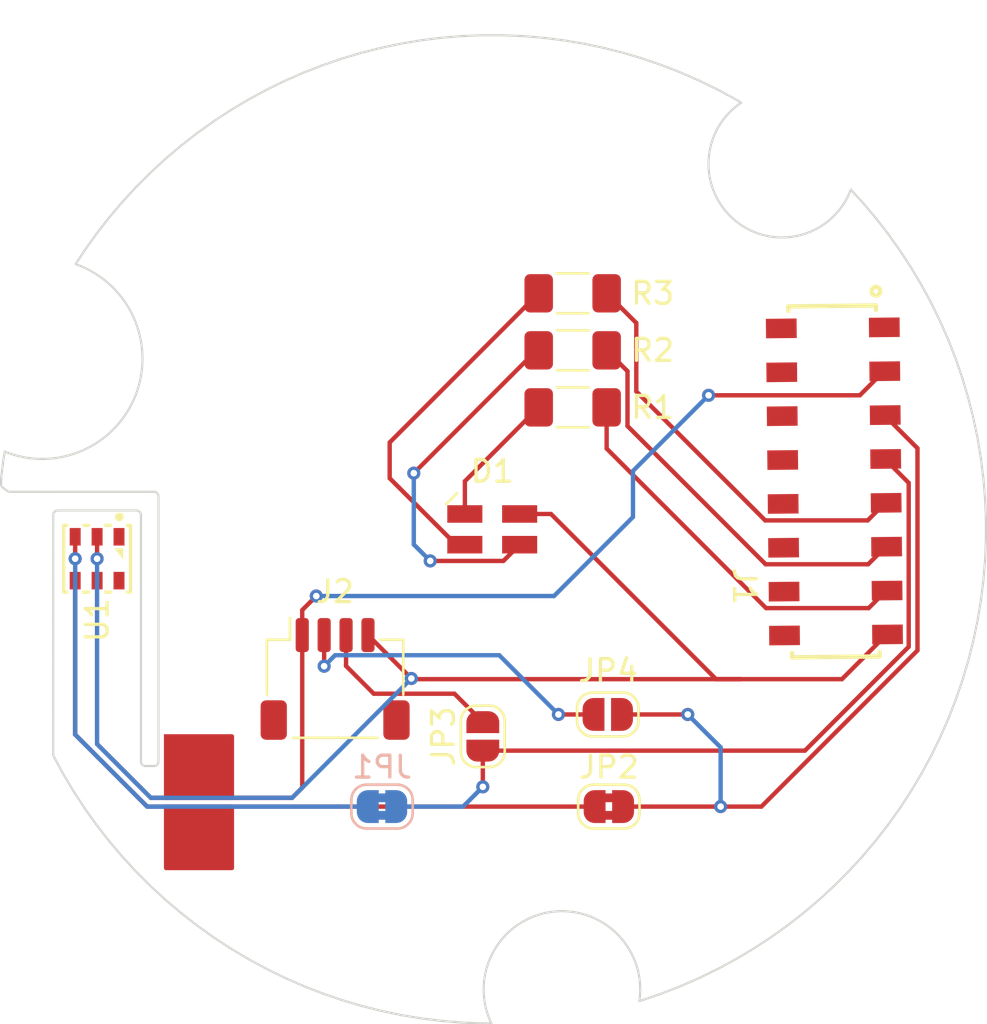
<source format=kicad_pcb>
(kicad_pcb (version 20241229) (generator "pcbnew") (generator_version "9.0")
  (layers (0 "F.Cu" signal) (2 "B.Cu" signal) (13 "F.Paste" user) (15 "B.Paste" user) (5 "F.SilkS" user "F.Silkscreen") (7 "B.SilkS" user "B.Silkscreen") (1 "F.Mask" user) (3 "B.Mask" user) (25 "Edge.Cuts" user))
  (net 0 "")
  (net 1 "GREEN")
  (net 3 "BLUE")
  (net 4 "GND")
  (net 6 "DATA2")
  (net 12 "+3V3")
  (net 13 "DATA1")
  (net 16 "RED")
  (net 17 "/D1")
  (net 20 "/B")
  (net 21 "/R")
  (net 22 "/G")
  (net 23 "/D2")
  (net 24 "/SCL")
  (net 25 "/SDA")
  (footprint "Jumper:SolderJumper-2_P1.3mm_Open_RoundedPad1.0x1.5mm" (layer "F.Cu") (at 143.37 112.28 180)
    (property "Reference" "JP4" (at -0.023809 2 0) (layer "F.SilkS"))
    (property "Value" "SolderJumper_2_Open")
    (pad "1" smd custom (at -0.65 0 180) (size 1 0.5) (layers "F.Cu" "F.Mask") (net 6 "DATA2") (options (clearance outline) (anchor rect)) (primitives (gr_circle (center 0 0.25) (end 0.5 0.25) (width 0) (fill yes)) (gr_circle (center 0 -0.25) (end 0.5 -0.25) (width 0) (fill yes)) (gr_poly (pts (xy 0.5 0.75) (xy 0 0.75) (xy 0 -0.75) (xy 0.5 -0.75)) (width 0) (fill yes))))
    (pad "2" smd custom (at 0.65 0 180) (size 1 0.5) (layers "F.Cu" "F.Mask") (net 23 "/D2") (options (clearance outline) (anchor rect)) (primitives (gr_circle (center 0 0.25) (end 0.5 0.25) (width 0) (fill yes)) (gr_circle (center 0 -0.25) (end 0.5 -0.25) (width 0) (fill yes)) (gr_poly (pts (xy 0 0.75) (xy -0.5 0.75) (xy -0.5 -0.75) (xy 0 -0.75)) (width 0) (fill yes))))
  )
  (footprint "custom:AHT20" (layer "F.Cu") (at 120.07 105.18 90)
    (property "Reference" "U1" (at -2.8 0 90) (layer "F.SilkS"))
    (property "Value" "AHT20-F" (hide yes))
    (pad "1" smd rect (at 1 1 270) (size 0.8 0.5) (layers "F.Cu" "F.Mask" "F.Paste"))
    (pad "2" smd rect (at 1 0 270) (size 0.8 0.5) (layers "F.Cu" "F.Mask" "F.Paste") (net 12 "+3V3"))
    (pad "3" smd rect (at 1 -1 270) (size 0.8 0.5) (layers "F.Cu" "F.Mask" "F.Paste") (net 24 "/SCL"))
    (pad "4" smd rect (at -1 -1 270) (size 0.8 0.5) (layers "F.Cu" "F.Mask" "F.Paste") (net 25 "/SDA"))
    (pad "5" smd rect (at -1 0 270) (size 0.8 0.5) (layers "F.Cu" "F.Mask" "F.Paste") (net 4 "GND"))
    (pad "6" smd rect (at -1 1 270) (size 0.8 0.5) (layers "F.Cu" "F.Mask" "F.Paste"))
  )
  (footprint "Jumper:SolderJumper-2_P1.3mm_Open_RoundedPad1.0x1.5mm" (layer "F.Cu") (at 137.67 113.28 90)
    (property "Reference" "JP3" (at 0 -1.8 90) (layer "F.SilkS"))
    (property "Value" "SolderJumper_2_Open")
    (pad "1" smd custom (at -0.65 0 90) (size 1 0.5) (layers "F.Cu" "F.Mask") (net 13 "DATA1") (options (clearance outline) (anchor rect)) (primitives (gr_circle (center 0 0.25) (end 0.5 0.25) (width 0) (fill yes)) (gr_circle (center 0 -0.25) (end 0.5 -0.25) (width 0) (fill yes)) (gr_poly (pts (xy 0.5 0.75) (xy 0 0.75) (xy 0 -0.75) (xy 0.5 -0.75)) (width 0) (fill yes))))
    (pad "2" smd custom (at 0.65 0 90) (size 1 0.5) (layers "F.Cu" "F.Mask") (net 17 "/D1") (options (clearance outline) (anchor rect)) (primitives (gr_circle (center 0 0.25) (end 0.5 0.25) (width 0) (fill yes)) (gr_circle (center 0 -0.25) (end 0.5 -0.25) (width 0) (fill yes)) (gr_poly (pts (xy 0 0.75) (xy -0.5 0.75) (xy -0.5 -0.75) (xy 0 -0.75)) (width 0) (fill yes))))
  )
  (footprint "Jumper:SolderJumper-2_P1.3mm_Bridged2Bar_RoundedPad1.0x1.5mm" (layer "F.Cu") (at 143.42 116.48)
    (property "Reference" "JP2" (at 0 -1.8 0) (layer "F.SilkS"))
    (property "Value" "SolderJumper_2_Bridged")
    (fp_poly (pts (xy -0.25 -0.6) (xy 0.25 -0.6) (xy 0.25 -0.2) (xy -0.25 -0.2)) (fill yes) (layer "F.Cu"))
    (fp_poly (pts (xy -0.25 0.2) (xy 0.25 0.2) (xy 0.25 0.6) (xy -0.25 0.6)) (fill yes) (layer "F.Cu"))
    (pad "1" smd custom (at -0.65 0) (size 1 0.5) (layers "F.Cu" "F.Mask") (net 25 "/SDA") (options (clearance outline) (anchor rect)) (primitives (gr_circle (center 0 0.25) (end 0.5 0.25) (width 0) (fill yes)) (gr_circle (center 0 -0.25) (end 0.5 -0.25) (width 0) (fill yes)) (gr_poly (pts (xy 0.5 0.75) (xy 0 0.75) (xy 0 -0.75) (xy 0.5 -0.75)) (width 0) (fill yes))))
    (pad "2" smd custom (at 0.65 0) (size 1 0.5) (layers "F.Cu" "F.Mask") (net 6 "DATA2") (options (clearance outline) (anchor rect)) (primitives (gr_circle (center 0 0.25) (end 0.5 0.25) (width 0) (fill yes)) (gr_circle (center 0 -0.25) (end 0.5 -0.25) (width 0) (fill yes)) (gr_poly (pts (xy 0 0.75) (xy -0.5 0.75) (xy -0.5 -0.75) (xy 0 -0.75)) (width 0) (fill yes))))
  )
  (footprint "Resistor_SMD:R_1206_3216Metric_Pad1.30x1.75mm_HandSolder" (layer "F.Cu") (at 141.77 93.08 180)
    (property "Reference" "R3" (at -3.65 0 0) (layer "F.SilkS"))
    (property "Value" "R")
    (pad "1" smd roundrect (at -1.55 0 180) (size 1.3 1.75) (layers "F.Cu" "F.Mask" "F.Paste") (roundrect_rratio 0.192308) (net 3 "BLUE"))
    (pad "2" smd roundrect (at 1.55 0 180) (size 1.3 1.75) (layers "F.Cu" "F.Mask" "F.Paste") (roundrect_rratio 0.192308) (net 20 "/B"))
  )
  (footprint "custom:SAMTEC_CLT-108-02-F-D-BE-K-TR" (layer "F.Cu") (at 153.692235 101.656059 90.6)
    (property "Reference" "J1" (at -4.73 -4.127501 90.6) (layer "F.SilkS"))
    (property "Value" "CLT-108-02-F-D-BE-K-TR")
    (pad "" np_thru_hole circle (at -7.000001 0.999999 90.6) (size 0.9 0.9) (drill 0.9) (layers "*.Cu" "*.Mask"))
    (pad "" np_thru_hole circle (at -7 -0.999999 90.6) (size 0.86 0.86) (drill 0.86) (layers "*.Cu" "*.Mask"))
    (pad "" np_thru_hole circle (at -5 -1 90.6) (size 0.86 0.86) (drill 0.86) (layers "*.Cu" "*.Mask"))
    (pad "" np_thru_hole circle (at -5 1 90.6) (size 0.9 0.9) (drill 0.9) (layers "*.Cu" "*.Mask"))
    (pad "" np_thru_hole circle (at -3 -0.999999 90.6) (size 0.86 0.86) (drill 0.86) (layers "*.Cu" "*.Mask"))
    (pad "" np_thru_hole circle (at -3 0.999999 90.6) (size 0.9 0.9) (drill 0.9) (layers "*.Cu" "*.Mask"))
    (pad "" np_thru_hole circle (at -1 -1 90.6) (size 0.86 0.86) (drill 0.86) (layers "*.Cu" "*.Mask"))
    (pad "" np_thru_hole circle (at -1 1 90.6) (size 0.9 0.9) (drill 0.9) (layers "*.Cu" "*.Mask"))
    (pad "" np_thru_hole circle (at 1 -1 90.6) (size 0.86 0.86) (drill 0.86) (layers "*.Cu" "*.Mask"))
    (pad "" np_thru_hole circle (at 1 1 90.6) (size 0.9 0.9) (drill 0.9) (layers "*.Cu" "*.Mask"))
    (pad "" np_thru_hole circle (at 3 -0.999999 90.6) (size 0.86 0.86) (drill 0.86) (layers "*.Cu" "*.Mask"))
    (pad "" np_thru_hole circle (at 3 0.999999 90.6) (size 0.9 0.9) (drill 0.9) (layers "*.Cu" "*.Mask"))
    (pad "" np_thru_hole circle (at 5 -1 90.6) (size 0.86 0.86) (drill 0.86) (layers "*.Cu" "*.Mask"))
    (pad "" np_thru_hole circle (at 5 1 90.6) (size 0.9 0.9) (drill 0.9) (layers "*.Cu" "*.Mask"))
    (pad "" np_thru_hole circle (at 7 0.999999 90.6) (size 0.9 0.9) (drill 0.9) (layers "*.Cu" "*.Mask"))
    (pad "" np_thru_hole circle (at 7.000001 -0.999999 90.6) (size 0.86 0.86) (drill 0.86) (layers "*.Cu" "*.Mask"))
    (pad "01" smd rect (at 6.998848 2.369993 90.6) (size 0.89 1.4) (layers "F.Cu" "F.Mask" "F.Paste"))
    (pad "02" smd rect (at 7.000733 -2.329996 90.6) (size 0.89 1.4) (layers "F.Cu" "F.Mask" "F.Paste"))
    (pad "03" smd rect (at 4.998848 2.369994 90.6) (size 0.89 1.4) (layers "F.Cu" "F.Mask" "F.Paste") (net 4 "GND"))
    (pad "04" smd rect (at 5.000732 -2.329996 90.6) (size 0.89 1.4) (layers "F.Cu" "F.Mask" "F.Paste"))
    (pad "05" smd rect (at 2.998848 2.369993 90.6) (size 0.89 1.4) (layers "F.Cu" "F.Mask" "F.Paste") (net 6 "DATA2"))
    (pad "06" smd rect (at 3.000734 -2.329996 90.6) (size 0.89 1.4) (layers "F.Cu" "F.Mask" "F.Paste"))
    (pad "07" smd rect (at 0.998849 2.369994 90.6) (size 0.89 1.4) (layers "F.Cu" "F.Mask" "F.Paste") (net 13 "DATA1"))
    (pad "08" smd rect (at 1.000733 -2.329996 90.6) (size 0.89 1.4) (layers "F.Cu" "F.Mask" "F.Paste"))
    (pad "09" smd rect (at -1.001152 2.369994 90.6) (size 0.89 1.4) (layers "F.Cu" "F.Mask" "F.Paste") (net 3 "BLUE"))
    (pad "10" smd rect (at -0.999268 -2.329996 90.6) (size 0.89 1.4) (layers "F.Cu" "F.Mask" "F.Paste"))
    (pad "11" smd rect (at -3.001153 2.369994 90.6) (size 0.89 1.4) (layers "F.Cu" "F.Mask" "F.Paste") (net 1 "GREEN"))
    (pad "12" smd rect (at -2.999267 -2.329995 90.6) (size 0.89 1.4) (layers "F.Cu" "F.Mask" "F.Paste"))
    (pad "13" smd rect (at -5.001151 2.369994 90.6) (size 0.89 1.4) (layers "F.Cu" "F.Mask" "F.Paste") (net 16 "RED"))
    (pad "14" smd rect (at -4.999267 -2.329996 90.6) (size 0.89 1.4) (layers "F.Cu" "F.Mask" "F.Paste"))
    (pad "15" smd rect (at -7.001152 2.369993 90.6) (size 0.89 1.4) (layers "F.Cu" "F.Mask" "F.Paste") (net 12 "+3V3"))
    (pad "16" smd rect (at -6.999267 -2.329996 90.6) (size 0.89 1.4) (layers "F.Cu" "F.Mask" "F.Paste"))
  )
  (footprint "Resistor_SMD:R_1206_3216Metric_Pad1.30x1.75mm_HandSolder" (layer "F.Cu") (at 141.77 98.28 180)
    (property "Reference" "R1" (at -3.65 0 0) (layer "F.SilkS"))
    (property "Value" "R")
    (pad "1" smd roundrect (at -1.55 0 180) (size 1.3 1.75) (layers "F.Cu" "F.Mask" "F.Paste") (roundrect_rratio 0.192308) (net 16 "RED"))
    (pad "2" smd roundrect (at 1.55 0 180) (size 1.3 1.75) (layers "F.Cu" "F.Mask" "F.Paste") (roundrect_rratio 0.192308) (net 21 "/R"))
  )
  (footprint "Connector_JST:JST_SH_SM04B-SRSS-TB_1x04-1MP_P1.00mm_Horizontal" (layer "F.Cu") (at 130.93 110.66)
    (property "Reference" "J2" (at 0 -3.98 0) (layer "F.SilkS"))
    (property "Value" "Conn_01x04_Socket")
    (pad "1" smd roundrect (at -1.5 -2) (size 0.6 1.55) (layers "F.Cu" "F.Mask" "F.Paste") (net 4 "GND"))
    (pad "2" smd roundrect (at -0.5 -2) (size 0.6 1.55) (layers "F.Cu" "F.Mask" "F.Paste") (net 23 "/D2"))
    (pad "3" smd roundrect (at 0.5 -2) (size 0.6 1.55) (layers "F.Cu" "F.Mask" "F.Paste") (net 17 "/D1"))
    (pad "4" smd roundrect (at 1.5 -2) (size 0.6 1.55) (layers "F.Cu" "F.Mask" "F.Paste") (net 12 "+3V3"))
    (pad "MP" smd roundrect (at -2.8 1.875) (size 1.2 1.8) (layers "F.Cu" "F.Mask" "F.Paste") (roundrect_rratio 0.208333))
    (pad "MP" smd roundrect (at 2.8 1.875) (size 1.2 1.8) (layers "F.Cu" "F.Mask" "F.Paste") (roundrect_rratio 0.208333))
  )
  (footprint "Resistor_SMD:R_1206_3216Metric_Pad1.30x1.75mm_HandSolder" (layer "F.Cu") (at 141.77 95.68 180)
    (property "Reference" "R2" (at -3.65 0 0) (layer "F.SilkS"))
    (property "Value" "R")
    (pad "1" smd roundrect (at -1.55 0 180) (size 1.3 1.75) (layers "F.Cu" "F.Mask" "F.Paste") (roundrect_rratio 0.192308) (net 1 "GREEN"))
    (pad "2" smd roundrect (at 1.55 0 180) (size 1.3 1.75) (layers "F.Cu" "F.Mask" "F.Paste") (roundrect_rratio 0.192308) (net 22 "/G"))
  )
  (footprint "LED_SMD:LED_Cree-PLCC4_3.2x2.8mm_CCW" (layer "F.Cu") (at 138.1 103.84)
    (property "Reference" "D1" (at 0 -2.65 0) (layer "F.SilkS"))
    (property "Value" "LED_RBGA")
    (pad "1" smd rect (at -1.25 -0.7) (size 1.6 0.8) (layers "F.Cu" "F.Mask" "F.Paste") (net 21 "/R"))
    (pad "2" smd rect (at -1.25 0.7) (size 1.6 0.8) (layers "F.Cu" "F.Mask" "F.Paste") (net 20 "/B"))
    (pad "3" smd rect (at 1.25 0.7) (size 1.6 0.8) (layers "F.Cu" "F.Mask" "F.Paste") (net 22 "/G"))
    (pad "4" smd rect (at 1.25 -0.7) (size 1.6 0.8) (layers "F.Cu" "F.Mask" "F.Paste") (net 12 "+3V3"))
  )
  (footprint "Jumper:SolderJumper-2_P1.3mm_Bridged2Bar_RoundedPad1.0x1.5mm" (layer "B.Cu") (at 133.07 116.48 180)
    (property "Reference" "JP1" (at 0 1.8 0) (layer "B.SilkS") (effects (justify mirror)))
    (property "Value" "SolderJumper_2_Bridged")
    (fp_poly (pts (xy -0.25 0.6) (xy 0.25 0.6) (xy 0.25 0.2) (xy -0.25 0.2)) (fill yes) (layer "B.Cu"))
    (fp_poly (pts (xy -0.25 -0.2) (xy 0.25 -0.2) (xy 0.25 -0.6) (xy -0.25 -0.6)) (fill yes) (layer "B.Cu"))
    (pad "1" smd custom (at -0.65 0 180) (size 1 0.5) (layers "B.Cu" "B.Mask") (net 13 "DATA1") (options (clearance outline) (anchor rect)) (primitives (gr_circle (center 0 -0.25) (end 0.5 -0.25) (width 0) (fill yes)) (gr_circle (center 0 0.25) (end 0.5 0.25) (width 0) (fill yes)) (gr_poly (pts (xy 0.5 -0.75) (xy 0 -0.75) (xy 0 0.75) (xy 0.5 0.75)) (width 0) (fill yes))))
    (pad "2" smd custom (at 0.65 0 180) (size 1 0.5) (layers "B.Cu" "B.Mask") (net 24 "/SCL") (options (clearance outline) (anchor rect)) (primitives (gr_circle (center 0 -0.25) (end 0.5 -0.25) (width 0) (fill yes)) (gr_circle (center 0 0.25) (end 0.5 0.25) (width 0) (fill yes)) (gr_poly (pts (xy 0 -0.75) (xy -0.5 -0.75) (xy -0.5 0.75) (xy 0 0.75)) (width 0) (fill yes))))
  )
  (gr_rect (start 123.22 116.48) (end 126.22 119.28) (stroke (width 0.2)) (fill yes) (layer "F.Cu") (net 25))
  (gr_rect (start 123.22 113.28) (end 126.22 116.08) (stroke (width 0.2)) (fill yes) (layer "F.Cu") (net 4))
  (gr_line (start 131.22257 82.385443) (end 130.349597 82.685135) (stroke (width 0.1)) (layer "Edge.Cuts"))
  (gr_arc (start 119.499743 116.55328) (mid 119.497376 116.549892) (end 119.49508 116.546455) (stroke (width 0.1)) (layer "Edge.Cuts"))
  (gr_arc (start 133.017763 81.890788) (mid 133.02178 81.889815) (end 133.025817 81.888925) (stroke (width 0.1)) (layer "Edge.Cuts"))
  (gr_arc (start 122.86995 114.429999) (mid 122.811371 114.57142) (end 122.66995 114.629999) (stroke (width 0.1)) (layer "Edge.Cuts"))
  (gr_line (start 144.076976 82.117366) (end 143.182237 81.890788) (stroke (width 0.1)) (layer "Edge.Cuts"))
  (gr_arc (start 122.67 102.13) (mid 122.811421 102.188579) (end 122.87 102.33) (stroke (width 0.1)) (layer "Edge.Cuts"))
  (gr_arc (start 121.845964 119.44139) (mid 121.843071 119.438437) (end 121.84024 119.435425) (stroke (width 0.1)) (layer "Edge.Cuts"))
  (gr_line (start 160.625188 104.301491) (end 160.625188 103.378509) (stroke (width 0.1)) (layer "Edge.Cuts"))
  (gr_line (start 129.474356 83.026655) (end 128.629114 83.397412) (stroke (width 0.1)) (layer "Edge.Cuts"))
  (gr_arc (start 133.937279 125.982015) (mid 133.933209 125.981293) (end 133.929155 125.980486) (stroke (width 0.1)) (layer "Edge.Cuts"))
  (gr_arc (start 148.407585 83.806259) (mid 148.41128 83.808113) (end 148.414935 83.810043) (stroke (width 0.1)) (layer "Edge.Cuts"))
  (gr_arc (start 116.087181 102.13) (mid 116.0235 102.119585) (end 115.966443 102.089444) (stroke (width 0.1)) (layer "Edge.Cuts"))
  (gr_line (start 126.173248 122.954121) (end 126.966139 123.426582) (stroke (width 0.1)) (layer "Edge.Cuts"))
  (gr_arc (start 160.393933 100.587673) (mid 160.394571 100.591757) (end 160.395124 100.595853) (stroke (width 0.1)) (layer "Edge.Cuts"))
  (gr_arc (start 126.973326 123.430666) (mid 126.969711 123.428662) (end 126.966139 123.426582) (stroke (width 0.1)) (layer "Edge.Cuts"))
  (gr_arc (start 127.792415 123.873741) (mid 127.788721 123.871886) (end 127.785065 123.869957) (stroke (width 0.1)) (layer "Edge.Cuts"))
  (gr_arc (start 158.913345 95.214356) (mid 158.914967 95.218158) (end 158.916509 95.221994) (stroke (width 0.1)) (layer "Edge.Cuts"))
  (gr_arc (start 124.628925 85.781008) (mid 124.632213 85.778503) (end 124.635552 85.776067) (stroke (width 0.1)) (layer "Edge.Cuts"))
  (gr_arc (start 122.27 114.629999) (mid 122.128579 114.571421) (end 122.07 114.43) (stroke (width 0.1)) (layer "Edge.Cuts"))
  (gr_arc (start 159.820439 97.855054) (mid 159.821578 97.859027) (end 159.822634 97.863024) (stroke (width 0.1)) (layer "Edge.Cuts"))
  (gr_line (start 149.233862 123.426582) (end 150.026752 122.954122) (stroke (width 0.1)) (layer "Edge.Cuts"))
  (gr_arc (start 159.254865 111.590403) (mid 159.253482 111.594299) (end 159.25202 111.598165) (stroke (width 0.1)) (layer "Edge.Cuts"))
  (gr_line (start 159.822634 109.816976) (end 160.049212 108.922237) (stroke (width 0.1)) (layer "Edge.Cuts"))
  (gr_arc (start 160.049212 98.757763) (mid 160.050185 98.76178) (end 160.051075 98.765817) (stroke (width 0.1)) (layer "Edge.Cuts"))
  (gr_arc (start 158.133741 114.147584) (mid 158.131889 114.151279) (end 158.129958 114.154934) (stroke (width 0.1)) (layer "Edge.Cuts"))
  (gr_line (start 125.393545 122.44492) (end 126.166235 122.949744) (stroke (width 0.1)) (layer "Edge.Cuts"))
  (gr_line (start 156.70492 116.546455) (end 157.209744 115.773765) (stroke (width 0.1)) (layer "Edge.Cuts"))
  (gr_line (start 115.769119 101.940021) (end 115.966443 102.089444) (stroke (width 0.1)) (layer "Edge.Cuts"))
  (gr_line (start 135.77997 126.250143) (end 136.6998 126.326363) (stroke (width 0.1)) (layer "Edge.Cuts"))
  (gr_line (start 118.990256 115.773765) (end 119.49508 116.546455) (stroke (width 0.1)) (layer "Edge.Cuts"))
  (gr_arc (start 156.70492 116.546455) (mid 156.702624 116.549892) (end 156.700257 116.55328) (stroke (width 0.1)) (layer "Edge.Cuts"))
  (gr_arc (start 124.635552 121.903933) (mid 124.632213 121.901497) (end 124.628925 121.898992) (stroke (width 0.1)) (layer "Edge.Cuts"))
  (gr_arc (start 150.033765 122.949744) (mid 150.030281 122.951969) (end 150.026752 122.954122) (stroke (width 0.1)) (layer "Edge.Cuts"))
  (gr_line (start 159.254865 111.590403) (end 159.554557 110.71743) (stroke (width 0.1)) (layer "Edge.Cuts"))
  (gr_line (start 117.502871 102.13) (end 116.087181 102.13) (stroke (width 0.1)) (layer "Edge.Cuts"))
  (gr_arc (start 158.916509 112.458006) (mid 158.914967 112.461841) (end 158.913345 112.465644) (stroke (width 0.1)) (layer "Edge.Cuts"))
  (gr_arc (start 149.226674 84.249334) (mid 149.230289 84.251338) (end 149.233861 84.253418) (stroke (width 0.1)) (layer "Edge.Cuts"))
  (gr_line (start 136.708051 126.326875) (end 137.630244 126.365017) (stroke (width 0.1)) (layer "Edge.Cuts"))
  (gr_line (start 121.209649 88.929832) (end 120.613127 89.634144) (stroke (width 0.1)) (layer "Edge.Cuts"))
  (gr_arc (start 121.84024 88.244575) (mid 121.843071 88.241563) (end 121.845963 88.238611) (stroke (width 0.1)) (layer "Edge.Cuts"))
  (gr_arc (start 160.509291 101.511747) (mid 160.50976 101.515854) (end 160.510143 101.51997) (stroke (width 0.1)) (layer "Edge.Cuts"))
  (gr_arc (start 160.586363 102.4398) (mid 160.586662 102.443923) (end 160.586875 102.448051) (stroke (width 0.1)) (layer "Edge.Cuts"))
  (gr_line (start 128.629114 124.282588) (end 129.474356 124.653345) (stroke (width 0.1)) (layer "Edge.Cuts"))
  (gr_line (start 160.051075 108.914183) (end 160.240486 108.010845) (stroke (width 0.1)) (layer "Edge.Cuts"))
  (gr_arc (start 122.504575 120.09976) (mid 122.501563 120.096929) (end 122.498611 120.094037) (stroke (width 0.1)) (layer "Edge.Cuts"))
  (gr_arc (start 134.855853 126.135124) (mid 134.851757 126.134572) (end 134.847673 126.133933) (stroke (width 0.1)) (layer "Edge.Cuts"))
  (gr_line (start 149.226674 84.249334) (end 148.414935 83.810043) (stroke (width 0.1)) (layer "Edge.Cuts"))
  (gr_arc (start 138.561491 81.314812) (mid 138.565624 81.314854) (end 138.569756 81.314983) (stroke (width 0.1)) (layer "Edge.Cuts"))
  (gr_line (start 134.847673 81.546067) (end 133.937279 81.697986) (stroke (width 0.1)) (layer "Edge.Cuts"))
  (gr_line (start 126.973326 123.430666) (end 127.785065 123.869957) (stroke (width 0.1)) (layer "Edge.Cuts"))
  (gr_arc (start 145.858165 124.99202) (mid 145.854299 124.993482) (end 145.850403 124.994865) (stroke (width 0.1)) (layer "Edge.Cuts"))
  (gr_line (start 155.592084 118.039439) (end 156.158992 117.311075) (stroke (width 0.1)) (layer "Edge.Cuts"))
  (gr_line (start 118.513418 114.973861) (end 118.985879 115.766752) (stroke (width 0.1)) (layer "Edge.Cuts"))
  (gr_arc (start 158.129958 93.525065) (mid 158.131886 93.528722) (end 158.133741 93.532416) (stroke (width 0.1)) (layer "Edge.Cuts"))
  (gr_arc (start 131.22257 82.385443) (mid 131.226493 82.384141) (end 131.230443 82.382921) (stroke (width 0.1)) (layer "Edge.Cuts"))
  (gr_arc (start 158.539111 94.361614) (mid 158.540888 94.365346) (end 158.542588 94.369114) (stroke (width 0.1)) (layer "Edge.Cuts"))
  (gr_arc (start 157.209744 91.906235) (mid 157.211969 91.909719) (end 157.214122 91.913248) (stroke (width 0.1)) (layer "Edge.Cuts"))
  (gr_line (start 157.686582 92.706138) (end 157.214122 91.913248) (stroke (width 0.1)) (layer "Edge.Cuts"))
  (gr_line (start 158.133741 114.147584) (end 158.539111 113.318386) (stroke (width 0.1)) (layer "Edge.Cuts"))
  (gr_arc (start 160.051075 108.914183) (mid 160.050185 108.91822) (end 160.049212 108.922237) (stroke (width 0.1)) (layer "Edge.Cuts"))
  (gr_line (start 138.561491 81.314812) (end 137.638509 81.314812) (stroke (width 0.1)) (layer "Edge.Cuts"))
  (gr_line (start 144.97743 125.294557) (end 145.850403 124.994865) (stroke (width 0.1)) (layer "Edge.Cuts"))
  (gr_line (start 147.570886 83.397412) (end 146.725644 83.026655) (stroke (width 0.1)) (layer "Edge.Cuts"))
  (gr_line (start 123.900561 121.332084) (end 124.628925 121.898992) (stroke (width 0.1)) (layer "Edge.Cuts"))
  (gr_arc (start 118.513418 114.973861) (mid 118.511339 114.970289) (end 118.509334 114.966674) (stroke (width 0.1)) (layer "Edge.Cuts"))
  (gr_arc (start 121.215121 118.756365) (mid 121.212353 118.753295) (end 121.209649 118.750168) (stroke (width 0.1)) (layer "Edge.Cuts"))
  (gr_line (start 154.984879 88.923635) (end 154.46 88.35) (stroke (width 0.1)) (layer "Edge.Cuts"))
  (gr_arc (start 118.092189 114.195857) (mid 118.074209 114.149748) (end 118.068083 114.100635) (stroke (width 0.1)) (layer "Edge.Cuts"))
  (gr_arc (start 130.349597 124.994865) (mid 130.345701 124.993483) (end 130.341835 124.99202) (stroke (width 0.1)) (layer "Edge.Cuts"))
  (gr_line (start 115.86 100.29) (end 115.806067 100.587673) (stroke (width 0.1)) (layer "Edge.Cuts"))
  (gr_arc (start 120.613127 118.045856) (mid 120.610489 118.042674) (end 120.607916 118.039439) (stroke (width 0.1)) (layer "Edge.Cuts"))
  (gr_line (start 118.092189 114.195857) (end 118.509334 114.966674) (stroke (width 0.1)) (layer "Edge.Cuts"))
  (gr_line (start 137.630244 81.314983) (end 136.708051 81.353125) (stroke (width 0.1)) (layer "Edge.Cuts"))
  (gr_arc (start 141.344147 81.544876) (mid 141.348243 81.54543) (end 141.352327 81.546067) (stroke (width 0.1)) (layer "Edge.Cuts"))
  (gr_arc (start 127.785065 83.810043) (mid 127.78872 83.808113) (end 127.792415 83.806259) (stroke (width 0.1)) (layer "Edge.Cuts"))
  (gr_line (start 158.913345 95.214356) (end 158.542588 94.369114) (stroke (width 0.1)) (layer "Edge.Cuts"))
  (gr_arc (start 123.183635 86.955121) (mid 123.186705 86.952353) (end 123.189832 86.949649) (stroke (width 0.1)) (layer "Edge.Cuts"))
  (gr_arc (start 160.625188 104.301491) (mid 160.625146 104.305624) (end 160.625017 104.309756) (stroke (width 0.1)) (layer "Edge.Cuts"))
  (gr_arc (start 156.700257 91.126719) (mid 156.702624 91.130108) (end 156.70492 91.133545) (stroke (width 0.1)) (layer "Edge.Cuts"))
  (gr_arc (start 159.25202 96.081835) (mid 159.253482 96.085701) (end 159.254865 96.089597) (stroke (width 0.1)) (layer "Edge.Cuts"))
  (gr_line (start 124.635552 121.903933) (end 125.386719 122.440257) (stroke (width 0.1)) (layer "Edge.Cuts"))
  (gr_line (start 156.700257 91.126719) (end 156.163933 90.375552) (stroke (width 0.1)) (layer "Edge.Cuts"))
  (gr_line (start 156.163933 117.304448) (end 156.700257 116.55328) (stroke (width 0.1)) (layer "Edge.Cuts"))
  (gr_line (start 119.499743 116.55328) (end 120.036067 117.304448) (stroke (width 0.1)) (layer "Edge.Cuts"))
  (gr_arc (start 119.09 91.75) (mid 121.844615 97.676837) (end 115.857148 100.297055) (stroke (width 0.1)) (layer "Edge.Cuts"))
  (gr_line (start 117.502871 102.13) (end 118.070083 102.13) (stroke (width 0.1)) (layer "Edge.Cuts"))
  (gr_arc (start 130.341835 82.68798) (mid 130.345701 82.686518) (end 130.349597 82.685135) (stroke (width 0.1)) (layer "Edge.Cuts"))
  (gr_arc (start 144.969557 82.382921) (mid 144.973506 82.384142) (end 144.97743 82.385443) (stroke (width 0.1)) (layer "Edge.Cuts"))
  (gr_line (start 133.929155 81.699514) (end 133.025817 81.888925) (stroke (width 0.1)) (layer "Edge.Cuts"))
  (gr_line (start 120.607916 89.640561) (end 120.041008 90.368925) (stroke (width 0.1)) (layer "Edge.Cuts"))
  (gr_arc (start 149.233862 123.426582) (mid 149.230289 123.42866) (end 149.226674 123.430665) (stroke (width 0.1)) (layer "Edge.Cuts"))
  (gr_line (start 123.189832 120.730351) (end 123.894144 121.326873) (stroke (width 0.1)) (layer "Edge.Cuts"))
  (gr_line (start 141.344147 81.544876) (end 140.428253 81.430709) (stroke (width 0.1)) (layer "Edge.Cuts"))
  (gr_arc (start 146.725644 124.653345) (mid 146.721841 124.654966) (end 146.718006 124.656509) (stroke (width 0.1)) (layer "Edge.Cuts"))
  (gr_line (start 146.725644 124.653345) (end 147.570886 124.282588) (stroke (width 0.1)) (layer "Edge.Cuts"))
  (gr_line (start 154.990351 118.750168) (end 155.586873 118.045856) (stroke (width 0.1)) (layer "Edge.Cuts"))
  (gr_arc (start 156.163933 117.304448) (mid 156.161497 117.307787) (end 156.158992 117.311075) (stroke (width 0.1)) (layer "Edge.Cuts"))
  (gr_line (start 127.785065 83.810043) (end 126.973326 84.249334) (stroke (width 0.1)) (layer "Edge.Cuts"))
  (gr_arc (start 137.630244 81.314983) (mid 137.634376 81.314855) (end 137.638509 81.314812) (stroke (width 0.1)) (layer "Edge.Cuts"))
  (gr_line (start 122.87 102.979944) (end 122.87 114.43) (stroke (width 0.1)) (layer "Edge.Cuts"))
  (gr_line (start 139.491949 81.353125) (end 138.569756 81.314983) (stroke (width 0.1)) (layer "Edge.Cuts"))
  (gr_line (start 133.937279 125.982015) (end 134.847673 126.133933) (stroke (width 0.1)) (layer "Edge.Cuts"))
  (gr_arc (start 142.262721 81.697986) (mid 142.266791 81.698707) (end 142.270845 81.699514) (stroke (width 0.1)) (layer "Edge.Cuts"))
  (gr_arc (start 118.990256 115.773765) (mid 118.988031 115.770281) (end 118.985879 115.766752) (stroke (width 0.1)) (layer "Edge.Cuts"))
  (gr_line (start 128.621614 83.400889) (end 127.792415 83.806259) (stroke (width 0.1)) (layer "Edge.Cuts"))
  (gr_arc (start 153.016365 120.724879) (mid 153.013295 120.727647) (end 153.010168 120.730351) (stroke (width 0.1)) (layer "Edge.Cuts"))
  (gr_line (start 126.166235 84.730256) (end 125.393545 85.23508) (stroke (width 0.1)) (layer "Edge.Cuts"))
  (gr_arc (start 126.173248 122.954121) (mid 126.169718 122.951969) (end 126.166235 122.949744) (stroke (width 0.1)) (layer "Edge.Cuts"))
  (gr_arc (start 133.929155 81.699514) (mid 133.933209 81.698709) (end 133.937279 81.697986) (stroke (width 0.1)) (layer "Edge.Cuts"))
  (gr_line (start 159.820439 97.855054) (end 159.557079 96.970443) (stroke (width 0.1)) (layer "Edge.Cuts"))
  (gr_line (start 160.049212 98.757763) (end 159.822634 97.863024) (stroke (width 0.1)) (layer "Edge.Cuts"))
  (gr_arc (start 154.35976 119.435425) (mid 154.356929 119.438436) (end 154.354037 119.441389) (stroke (width 0.1)) (layer "Edge.Cuts"))
  (gr_arc (start 143.174183 81.888925) (mid 143.17822 81.889815) (end 143.182237 81.890788) (stroke (width 0.1)) (layer "Edge.Cuts"))
  (gr_line (start 115.804876 100.595853) (end 115.690709 101.511747) (stroke (width 0.1)) (layer "Edge.Cuts"))
  (gr_line (start 144.969557 82.382921) (end 144.084946 82.119561) (stroke (width 0.1)) (layer "Edge.Cuts"))
  (gr_line (start 136.6998 81.353637) (end 135.77997 81.429857) (stroke (width 0.1)) (layer "Edge.Cuts"))
  (gr_arc (start 115.804876 100.595853) (mid 115.805428 100.591757) (end 115.806067 100.587673) (stroke (width 0.1)) (layer "Edge.Cuts"))
  (gr_line (start 145.858165 124.99202) (end 146.718006 124.656509) (stroke (width 0.1)) (layer "Edge.Cuts"))
  (gr_line (start 160.586875 105.231949) (end 160.625017 104.309756) (stroke (width 0.1)) (layer "Edge.Cuts"))
  (gr_line (start 159.25202 96.081835) (end 158.916509 95.221994) (stroke (width 0.1)) (layer "Edge.Cuts"))
  (gr_arc (start 154.462125 88.350792) (mid 149.238431 89.808835) (end 149.46 84.39) (stroke (width 0.1)) (layer "Edge.Cuts"))
  (gr_arc (start 126.166235 84.730256) (mid 126.169719 84.728031) (end 126.173248 84.725879) (stroke (width 0.1)) (layer "Edge.Cuts"))
  (gr_arc (start 132.115054 82.119561) (mid 132.119027 82.118422) (end 132.123024 82.117366) (stroke (width 0.1)) (layer "Edge.Cuts"))
  (gr_arc (start 150.813281 122.440257) (mid 150.809892 122.442624) (end 150.806455 122.44492) (stroke (width 0.1)) (layer "Edge.Cuts"))
  (gr_arc (start 159.822634 109.816976) (mid 159.821577 109.820972) (end 159.820439 109.824946) (stroke (width 0.1)) (layer "Edge.Cuts"))
  (gr_arc (start 128.621614 83.400889) (mid 128.625346 83.399112) (end 128.629114 83.397412) (stroke (width 0.1)) (layer "Edge.Cuts"))
  (gr_line (start 121.869997 102.979958) (end 118.269905 102.980005) (stroke (width 0.1)) (layer "Edge.Cuts"))
  (gr_arc (start 160.395124 107.084147) (mid 160.39457 107.088243) (end 160.393933 107.092327) (stroke (width 0.1)) (layer "Edge.Cuts"))
  (gr_line (start 133.017763 81.890788) (end 132.123024 82.117366) (stroke (width 0.1)) (layer "Edge.Cuts"))
  (gr_arc (start 125.38672 85.239743) (mid 125.390108 85.237376) (end 125.393545 85.23508) (stroke (width 0.1)) (layer "Edge.Cuts"))
  (gr_arc (start 120.607916 89.640561) (mid 120.610488 89.637325) (end 120.613127 89.634144) (stroke (width 0.1)) (layer "Edge.Cuts"))
  (gr_line (start 160.393933 100.587673) (end 160.242014 99.677279) (stroke (width 0.1)) (layer "Edge.Cuts"))
  (gr_line (start 142.262721 81.697986) (end 141.352327 81.546067) (stroke (width 0.1)) (layer "Edge.Cuts"))
  (gr_line (start 122.49861 87.585964) (end 121.845963 88.238611) (stroke (width 0.1)) (layer "Edge.Cuts"))
  (gr_arc (start 131.230443 125.297079) (mid 131.226493 125.295859) (end 131.22257 125.294557) (stroke (width 0.1)) (layer "Edge.Cuts"))
  (gr_arc (start 123.189832 120.730351) (mid 123.186705 120.727647) (end 123.183635 120.724879) (stroke (width 0.1)) (layer "Edge.Cuts"))
  (gr_line (start 158.916509 112.458006) (end 159.25202 111.598165) (stroke (width 0.1)) (layer "Edge.Cuts"))
  (gr_line (start 122.66995 114.629999) (end 122.27 114.629999) (stroke (width 0.1)) (layer "Edge.Cuts"))
  (gr_line (start 158.129958 93.525065) (end 157.690665 92.713326) (stroke (width 0.1)) (layer "Edge.Cuts"))
  (gr_arc (start 123.894144 86.353127) (mid 123.897326 86.350489) (end 123.900561 86.347916) (stroke (width 0.1)) (layer "Edge.Cuts"))
  (gr_line (start 153.016365 120.724879) (end 153.695425 120.09976) (stroke (width 0.1)) (layer "Edge.Cuts"))
  (gr_line (start 132.123024 125.562634) (end 133.017763 125.789212) (stroke (width 0.1)) (layer "Edge.Cuts"))
  (gr_line (start 130.341835 82.68798) (end 129.481994 83.023491) (stroke (width 0.1)) (layer "Edge.Cuts"))
  (gr_arc (start 128.629114 124.282588) (mid 128.625346 124.280889) (end 128.621614 124.279111) (stroke (width 0.1)) (layer "Edge.Cuts"))
  (gr_arc (start 139.491949 81.353125) (mid 139.496077 81.353338) (end 139.5002 81.353637) (stroke (width 0.1)) (layer "Edge.Cuts"))
  (gr_line (start 140.42003 81.429857) (end 139.5002 81.353637) (stroke (width 0.1)) (layer "Edge.Cuts"))
  (gr_arc (start 155.586873 89.634144) (mid 155.589511 89.637326) (end 155.592084 89.640561) (stroke (width 0.1)) (layer "Edge.Cuts"))
  (gr_arc (start 119.49508 91.133545) (mid 119.497375 91.130108) (end 119.499743 91.12672) (stroke (width 0.1)) (layer "Edge.Cuts"))
  (gr_arc (start 147.578386 124.279111) (mid 147.574654 124.280888) (end 147.570886 124.282588) (stroke (width 0.1)) (layer "Edge.Cuts"))
  (gr_line (start 158.539111 94.361614) (end 158.133741 93.532416) (stroke (width 0.1)) (layer "Edge.Cuts"))
  (gr_arc (start 157.690666 114.966674) (mid 157.688661 114.970289) (end 157.686582 114.973861) (stroke (width 0.1)) (layer "Edge.Cuts"))
  (gr_line (start 122.504575 120.09976) (end 123.183635 120.724879) (stroke (width 0.1)) (layer "Edge.Cuts"))
  (gr_line (start 127.792415 123.873741) (end 128.621614 124.279111) (stroke (width 0.1)) (layer "Edge.Cuts"))
  (gr_line (start 160.395124 107.084147) (end 160.509291 106.168253) (stroke (width 0.1)) (layer "Edge.Cuts"))
  (gr_arc (start 135.77997 126.250143) (mid 135.775854 126.249759) (end 135.771747 126.249291) (stroke (width 0.1)) (layer "Edge.Cuts"))
  (gr_arc (start 120.041008 117.311075) (mid 120.038503 117.307787) (end 120.036067 117.304448) (stroke (width 0.1)) (layer "Edge.Cuts"))
  (gr_arc (start 154.990351 118.750168) (mid 154.987647 118.753295) (end 154.984879 118.756365) (stroke (width 0.1)) (layer "Edge.Cuts"))
  (gr_arc (start 160.510143 106.16003) (mid 160.509759 106.164146) (end 160.509291 106.168253) (stroke (width 0.1)) (layer "Edge.Cuts"))
  (gr_line (start 120.041008 117.311075) (end 120.607916 118.039439) (stroke (width 0.1)) (layer "Edge.Cuts"))
  (gr_line (start 159.554557 96.96257) (end 159.254865 96.089597) (stroke (width 0.1)) (layer "Edge.Cuts"))
  (gr_line (start 160.509291 101.511747) (end 160.395124 100.595853) (stroke (width 0.1)) (layer "Edge.Cuts"))
  (gr_arc (start 123.900561 121.332084) (mid 123.897326 121.329512) (end 123.894144 121.326873) (stroke (width 0.1)) (layer "Edge.Cuts"))
  (gr_arc (start 160.586875 105.231949) (mid 160.586662 105.236077) (end 160.586363 105.2402) (stroke (width 0.1)) (layer "Edge.Cuts"))
  (gr_arc (start 137.638509 126.365188) (mid 137.634376 126.365145) (end 137.630244 126.365017) (stroke (width 0.1)) (layer "Edge.Cuts"))
  (gr_line (start 118.070083 102.13) (end 122.67 102.13) (stroke (width 0.1)) (layer "Edge.Cuts"))
  (gr_line (start 130.349597 124.994865) (end 131.22257 125.294557) (stroke (width 0.1)) (layer "Edge.Cuts"))
  (gr_arc (start 145.850403 82.685135) (mid 145.854299 82.686517) (end 145.858165 82.68798) (stroke (width 0.1)) (layer "Edge.Cuts"))
  (gr_line (start 150.813281 122.440257) (end 151.564448 121.903933) (stroke (width 0.1)) (layer "Edge.Cuts"))
  (gr_line (start 118.069908 103.179972) (end 118.068083 114.100635) (stroke (width 0.1)) (layer "Edge.Cuts"))
  (gr_line (start 137.638509 126.365188) (end 138.06 126.365188) (stroke (width 0.1)) (layer "Edge.Cuts"))
  (gr_line (start 158.542588 113.310886) (end 158.913345 112.465644) (stroke (width 0.1)) (layer "Edge.Cuts"))
  (gr_line (start 135.771747 81.430709) (end 134.855853 81.544876) (stroke (width 0.1)) (layer "Edge.Cuts"))
  (gr_line (start 154.35976 119.435425) (end 154.984879 118.756365) (stroke (width 0.1)) (layer "Edge.Cuts"))
  (gr_line (start 156.158992 90.368925) (end 155.592084 89.640561) (stroke (width 0.1)) (layer "Edge.Cuts"))
  (gr_arc (start 126.966139 84.253418) (mid 126.969711 84.251339) (end 126.973326 84.249334) (stroke (width 0.1)) (layer "Edge.Cuts"))
  (gr_arc (start 144.076976 82.117366) (mid 144.080972 82.118422) (end 144.084946 82.119561) (stroke (width 0.1)) (layer "Edge.Cuts"))
  (gr_line (start 124.628925 85.781008) (end 123.900561 86.347916) (stroke (width 0.1)) (layer "Edge.Cuts"))
  (gr_line (start 133.025817 125.791075) (end 133.929155 125.980486) (stroke (width 0.1)) (layer "Edge.Cuts"))
  (gr_line (start 160.510143 106.16003) (end 160.586363 105.2402) (stroke (width 0.1)) (layer "Edge.Cuts"))
  (gr_line (start 120.613127 118.045856) (end 121.209649 118.750168) (stroke (width 0.1)) (layer "Edge.Cuts"))
  (gr_arc (start 134.847673 81.546067) (mid 134.851757 81.54543) (end 134.855853 81.544876) (stroke (width 0.1)) (layer "Edge.Cuts"))
  (gr_arc (start 140.42003 81.429857) (mid 140.424146 81.43024) (end 140.428253 81.430709) (stroke (width 0.1)) (layer "Edge.Cuts"))
  (gr_line (start 157.690666 114.966674) (end 158.129958 114.154934) (stroke (width 0.1)) (layer "Edge.Cuts"))
  (gr_arc (start 158.542588 113.310886) (mid 158.540888 113.314654) (end 158.539111 113.318386) (stroke (width 0.1)) (layer "Edge.Cuts"))
  (gr_line (start 121.845964 119.44139) (end 122.498611 120.094037) (stroke (width 0.1)) (layer "Edge.Cuts"))
  (gr_line (start 143.174183 81.888925) (end 142.270845 81.699514) (stroke (width 0.1)) (layer "Edge.Cuts"))
  (gr_arc (start 133.025817 125.791075) (mid 133.02178 125.790185) (end 133.017763 125.789212) (stroke (width 0.1)) (layer "Edge.Cuts"))
  (gr_arc (start 122.49861 87.585964) (mid 122.501563 87.583071) (end 122.504575 87.58024) (stroke (width 0.1)) (layer "Edge.Cuts"))
  (gr_line (start 153.70139 120.094036) (end 154.354037 119.441389) (stroke (width 0.1)) (layer "Edge.Cuts"))
  (gr_line (start 144.81 125.35) (end 144.969557 125.297079) (stroke (width 0.1)) (layer "Edge.Cuts"))
  (gr_arc (start 146.718006 83.023491) (mid 146.721841 83.025033) (end 146.725644 83.026655) (stroke (width 0.1)) (layer "Edge.Cuts"))
  (gr_arc (start 147.570886 83.397412) (mid 147.574654 83.399111) (end 147.578386 83.400889) (stroke (width 0.1)) (layer "Edge.Cuts"))
  (gr_line (start 123.894144 86.353127) (end 123.189832 86.949649) (stroke (width 0.1)) (layer "Edge.Cuts"))
  (gr_arc (start 159.554557 96.96257) (mid 159.555859 96.966493) (end 159.557079 96.970443) (stroke (width 0.1)) (layer "Edge.Cuts"))
  (gr_line (start 122.87 102.33) (end 122.87 102.979944) (stroke (width 0.1)) (layer "Edge.Cuts"))
  (gr_arc (start 115.689857 101.51997) (mid 115.690241 101.515854) (end 115.690709 101.511747) (stroke (width 0.1)) (layer "Edge.Cuts"))
  (gr_line (start 132.115054 82.119561) (end 131.230443 82.382921) (stroke (width 0.1)) (layer "Edge.Cuts"))
  (gr_arc (start 160.240486 99.669155) (mid 160.241291 99.673209) (end 160.242014 99.677279) (stroke (width 0.1)) (layer "Edge.Cuts"))
  (gr_line (start 134.855853 126.135124) (end 135.771747 126.249291) (stroke (width 0.1)) (layer "Edge.Cuts"))
  (gr_line (start 115.689857 101.519973) (end 115.689857 101.780577) (stroke (width 0.1)) (layer "Edge.Cuts"))
  (gr_arc (start 144.97743 125.294557) (mid 144.973507 125.29586) (end 144.969557 125.297079) (stroke (width 0.1)) (layer "Edge.Cuts"))
  (gr_arc (start 135.771747 81.430709) (mid 135.775854 81.43024) (end 135.77997 81.429857) (stroke (width 0.1)) (layer "Edge.Cuts"))
  (gr_line (start 121.215121 118.756365) (end 121.84024 119.435425) (stroke (width 0.1)) (layer "Edge.Cuts"))
  (gr_line (start 159.557079 110.709557) (end 159.820439 109.824946) (stroke (width 0.1)) (layer "Edge.Cuts"))
  (gr_line (start 157.209744 91.906235) (end 156.70492 91.133545) (stroke (width 0.1)) (layer "Edge.Cuts"))
  (gr_line (start 160.586363 102.4398) (end 160.510143 101.51997) (stroke (width 0.1)) (layer "Edge.Cuts"))
  (gr_arc (start 121.209649 88.929832) (mid 121.212353 88.926705) (end 121.215121 88.923635) (stroke (width 0.1)) (layer "Edge.Cuts"))
  (gr_line (start 157.214121 115.766752) (end 157.686582 114.973861) (stroke (width 0.1)) (layer "Edge.Cuts"))
  (gr_arc (start 118.069908 103.179972) (mid 118.128497 103.038573) (end 118.269905 102.980005) (stroke (width 0.1)) (layer "Edge.Cuts"))
  (gr_arc (start 136.708051 126.326875) (mid 136.703923 126.326662) (end 136.6998 126.326363) (stroke (width 0.1)) (layer "Edge.Cuts"))
  (gr_arc (start 136.6998 81.353637) (mid 136.703923 81.353338) (end 136.708051 81.353125) (stroke (width 0.1)) (layer "Edge.Cuts"))
  (gr_line (start 126.966139 84.253418) (end 126.173248 84.725879) (stroke (width 0.1)) (layer "Edge.Cuts"))
  (gr_arc (start 120.036067 90.375552) (mid 120.038503 90.372213) (end 120.041008 90.368925) (stroke (width 0.1)) (layer "Edge.Cuts"))
  (gr_arc (start 115.769119 101.940021) (mid 115.710786 101.869601) (end 115.689857 101.780577) (stroke (width 0.1)) (layer "Edge.Cuts"))
  (gr_arc (start 129.474356 83.026655) (mid 129.478158 83.025033) (end 129.481994 83.023491) (stroke (width 0.1)) (layer "Edge.Cuts"))
  (gr_line (start 155.586873 89.634144) (end 154.990351 88.929832) (stroke (width 0.1)) (layer "Edge.Cuts"))
  (gr_arc (start 153.70139 120.094036) (mid 153.698437 120.096929) (end 153.695425 120.09976) (stroke (width 0.1)) (layer "Edge.Cuts"))
  (gr_line (start 160.625017 103.370244) (end 160.586875 102.448051) (stroke (width 0.1)) (layer "Edge.Cuts"))
  (gr_line (start 151.571075 121.898992) (end 152.299439 121.332084) (stroke (width 0.1)) (layer "Edge.Cuts"))
  (gr_arc (start 125.393545 122.44492) (mid 125.390108 122.442624) (end 125.386719 122.440257) (stroke (width 0.1)) (layer "Edge.Cuts"))
  (gr_line (start 121.84024 88.244575) (end 121.215121 88.923635) (stroke (width 0.1)) (layer "Edge.Cuts"))
  (gr_arc (start 132.123024 125.562634) (mid 132.119028 125.561577) (end 132.115054 125.560439) (stroke (width 0.1)) (layer "Edge.Cuts"))
  (gr_line (start 131.230443 125.297079) (end 132.115054 125.560439) (stroke (width 0.1)) (layer "Edge.Cuts"))
  (gr_line (start 123.183635 86.955121) (end 122.504575 87.58024) (stroke (width 0.1)) (layer "Edge.Cuts"))
  (gr_arc (start 121.869997 102.979958) (mid 122.01142 103.038535) (end 122.07 103.179957) (stroke (width 0.1)) (layer "Edge.Cuts"))
  (gr_arc (start 157.686582 92.706138) (mid 157.688661 92.709711) (end 157.690665 92.713326) (stroke (width 0.1)) (layer "Edge.Cuts"))
  (gr_line (start 145.850403 82.685135) (end 144.97743 82.385443) (stroke (width 0.1)) (layer "Edge.Cuts"))
  (gr_line (start 148.414935 123.869958) (end 149.226674 123.430665) (stroke (width 0.1)) (layer "Edge.Cuts"))
  (gr_arc (start 138.06 126.365188) (mid 140.749121 121.28812) (end 144.811967 125.350295) (stroke (width 0.1)) (layer "Edge.Cuts"))
  (gr_line (start 160.240486 99.669155) (end 160.051075 98.765817) (stroke (width 0.1)) (layer "Edge.Cuts"))
  (gr_line (start 122.07005 114.43) (end 122.07 103.179957) (stroke (width 0.1)) (layer "Edge.Cuts"))
  (gr_arc (start 156.158992 90.368925) (mid 156.161497 90.372213) (end 156.163933 90.375552) (stroke (width 0.1)) (layer "Edge.Cuts"))
  (gr_line (start 149.46 84.39) (end 149.233861 84.253418) (stroke (width 0.1)) (layer "Edge.Cuts"))
  (gr_line (start 119.49508 91.133545) (end 119.09 91.75) (stroke (width 0.1)) (layer "Edge.Cuts"))
  (gr_line (start 150.033765 122.949744) (end 150.806455 122.44492) (stroke (width 0.1)) (layer "Edge.Cuts"))
  (gr_arc (start 148.414935 123.869958) (mid 148.411279 123.871888) (end 148.407584 123.873741) (stroke (width 0.1)) (layer "Edge.Cuts"))
  (gr_arc (start 159.557079 110.709557) (mid 159.555859 110.713507) (end 159.554557 110.71743) (stroke (width 0.1)) (layer "Edge.Cuts"))
  (gr_line (start 152.305856 121.326873) (end 153.010168 120.730351) (stroke (width 0.1)) (layer "Edge.Cuts"))
  (gr_line (start 147.578386 124.279111) (end 148.407584 123.873741) (stroke (width 0.1)) (layer "Edge.Cuts"))
  (gr_arc (start 160.242015 108.002721) (mid 160.241292 108.006791) (end 160.240486 108.010845) (stroke (width 0.1)) (layer "Edge.Cuts"))
  (gr_arc (start 152.305856 121.326873) (mid 152.302674 121.329511) (end 152.299439 121.332084) (stroke (width 0.1)) (layer "Edge.Cuts"))
  (gr_line (start 120.036067 90.375552) (end 119.499743 91.12672) (stroke (width 0.1)) (layer "Edge.Cuts"))
  (gr_line (start 146.718006 83.023491) (end 145.858165 82.68798) (stroke (width 0.1)) (layer "Edge.Cuts"))
  (gr_arc (start 157.214121 115.766752) (mid 157.211969 115.770282) (end 157.209744 115.773765) (stroke (width 0.1)) (layer "Edge.Cuts"))
  (gr_line (start 160.242015 108.002721) (end 160.393933 107.092327) (stroke (width 0.1)) (layer "Edge.Cuts"))
  (gr_arc (start 151.571075 121.898992) (mid 151.567787 121.901497) (end 151.564448 121.903933) (stroke (width 0.1)) (layer "Edge.Cuts"))
  (gr_arc (start 129.481994 124.656509) (mid 129.478159 124.654967) (end 129.474356 124.653345) (stroke (width 0.1)) (layer "Edge.Cuts"))
  (gr_line (start 125.38672 85.239743) (end 124.635552 85.776067) (stroke (width 0.1)) (layer "Edge.Cuts"))
  (gr_arc (start 154.984879 88.923635) (mid 154.987647 88.926705) (end 154.990351 88.929832) (stroke (width 0.1)) (layer "Edge.Cuts"))
  (gr_line (start 129.481994 124.656509) (end 130.341835 124.99202) (stroke (width 0.1)) (layer "Edge.Cuts"))
  (gr_line (start 148.407585 83.806259) (end 147.578386 83.400889) (stroke (width 0.1)) (layer "Edge.Cuts"))
  (gr_arc (start 160.625017 103.370244) (mid 160.625145 103.374376) (end 160.625188 103.378509) (stroke (width 0.1)) (layer "Edge.Cuts"))
  (gr_arc (start 155.592084 118.039439) (mid 155.589512 118.042675) (end 155.586873 118.045856) (stroke (width 0.1)) (layer "Edge.Cuts"))
  (segment (start 144.271 99.130074) (end 144.271 96.631) (width 0.2) (layer "F.Cu") (net 1))
  (segment (start 155.252888 105.432867) (end 150.573793 105.432867) (width 0.2) (layer "F.Cu") (net 1))
  (segment (start 156.053526 104.632229) (end 155.252888 105.432867) (width 0.2) (layer "F.Cu") (net 1))
  (segment (start 144.271 96.631) (end 143.32 95.68) (width 0.2) (layer "F.Cu") (net 1))
  (segment (start 150.573793 105.432867) (end 144.271 99.130074) (width 0.2) (layer "F.Cu") (net 1))
  (segment (start 156.032583 102.632338) (end 155.231944 103.432977) (width 0.2) (layer "F.Cu") (net 3))
  (segment (start 144.672 94.432) (end 143.32 93.08) (width 0.2) (layer "F.Cu") (net 3))
  (segment (start 155.231944 103.432977) (end 150.552849 103.432977) (width 0.2) (layer "F.Cu") (net 3))
  (segment (start 150.552849 103.432977) (end 144.672 97.552128) (width 0.2) (layer "F.Cu") (net 3))
  (segment (start 144.672 97.552128) (end 144.672 94.432) (width 0.2) (layer "F.Cu") (net 3))
  (segment (start 154.872419 97.73) (end 147.97 97.73) (width 0.2) (layer "F.Cu") (net 4))
  (segment (start 129.43 107.522) (end 130.071 106.881) (width 0.2) (layer "F.Cu") (net 4))
  (segment (start 122.519 116.079) (end 120.07 113.63) (width 0.2) (layer "F.Cu") (net 4))
  (segment (start 129.43 108.66) (end 129.43 107.522) (width 0.2) (layer "F.Cu") (net 4))
  (segment (start 128.971 116.079) (end 122.519 116.079) (width 0.2) (layer "F.Cu") (net 4))
  (segment (start 155.969752 96.632667) (end 154.872419 97.73) (width 0.2) (layer "F.Cu") (net 4))
  (segment (start 129.43 108.66) (end 129.43 115.62) (width 0.2) (layer "F.Cu") (net 4))
  (segment (start 129.43 115.62) (end 128.971 116.079) (width 0.2) (layer "F.Cu") (net 4))
  (segment (start 120.07 113.63) (end 120.07 106.18) (width 0.2) (layer "F.Cu") (net 4))
  (via (at 147.97 97.73) (size 0.6) (drill 0.3) (layers "F.Cu" "B.Cu") (net 4))
  (via (at 130.071 106.881) (size 0.6) (drill 0.3) (layers "F.Cu" "B.Cu") (net 4))
  (segment (start 144.52 103.28) (end 140.919 106.881) (width 0.2) (layer "B.Cu") (net 4))
  (segment (start 140.919 106.881) (end 130.071 106.881) (width 0.2) (layer "B.Cu") (net 4))
  (segment (start 144.52 101.18) (end 144.52 103.28) (width 0.2) (layer "B.Cu") (net 4))
  (segment (start 147.97 97.73) (end 144.52 101.18) (width 0.2) (layer "B.Cu") (net 4))
  (segment (start 157.502035 100.143897) (end 155.990695 98.632557) (width 0.2) (layer "F.Cu") (net 6))
  (segment (start 144.07 116.48) (end 150.382468 116.48) (width 0.2) (layer "F.Cu") (net 6))
  (segment (start 144.02 112.28) (end 147.02 112.28) (width 0.2) (layer "F.Cu") (net 6))
  (segment (start 157.502035 109.360433) (end 157.502035 100.143897) (width 0.2) (layer "F.Cu") (net 6))
  (segment (start 150.382468 116.48) (end 157.502035 109.360433) (width 0.2) (layer "F.Cu") (net 6))
  (via (at 148.52 116.48) (size 0.6) (drill 0.3) (layers "F.Cu" "B.Cu") (net 6))
  (via (at 147.02 112.28) (size 0.6) (drill 0.3) (layers "F.Cu" "B.Cu") (net 6))
  (segment (start 147.02 112.28) (end 148.52 113.78) (width 0.2) (layer "B.Cu") (net 6))
  (segment (start 148.52 113.78) (end 148.52 116.48) (width 0.2) (layer "B.Cu") (net 6))
  (segment (start 134.441 110.671) (end 149.42 110.671) (width 0.2) (layer "F.Cu") (net 12))
  (segment (start 149.42 110.671) (end 154.056422 110.671) (width 0.2) (layer "F.Cu") (net 12))
  (segment (start 154.056422 110.671) (end 156.095413 108.632009) (width 0.2) (layer "F.Cu") (net 12))
  (segment (start 134.441 110.671) (end 134.41 110.64) (width 0.2) (layer "F.Cu") (net 12))
  (segment (start 120.07 104.18) (end 120.07 105.18) (width 0.2) (layer "F.Cu") (net 12))
  (segment (start 134.41 110.64) (end 132.43 108.66) (width 0.2) (layer "F.Cu") (net 12))
  (segment (start 148.311 110.671) (end 140.78 103.14) (width 0.2) (layer "F.Cu") (net 12))
  (segment (start 140.78 103.14) (end 139.35 103.14) (width 0.2) (layer "F.Cu") (net 12))
  (segment (start 149.42 110.671) (end 148.311 110.671) (width 0.2) (layer "F.Cu") (net 12))
  (via (at 134.41 110.64) (size 0.6) (drill 0.3) (layers "F.Cu" "B.Cu") (net 12))
  (via (at 120.07 105.18) (size 0.6) (drill 0.3) (layers "F.Cu" "B.Cu") (net 12))
  (segment (start 120.07 113.63) (end 122.52 116.08) (width 0.2) (layer "B.Cu") (net 12))
  (segment (start 122.52 116.08) (end 128.97 116.08) (width 0.2) (layer "B.Cu") (net 12))
  (segment (start 128.97 116.08) (end 134.41 110.64) (width 0.2) (layer "B.Cu") (net 12))
  (segment (start 120.07 105.18) (end 120.07 113.63) (width 0.2) (layer "B.Cu") (net 12))
  (segment (start 157.101035 101.721843) (end 157.101035 109.194333) (width 0.2) (layer "F.Cu") (net 13))
  (segment (start 137.67 113.93) (end 137.67 115.58) (width 0.2) (layer "F.Cu") (net 13))
  (segment (start 157.101035 109.194333) (end 152.365368 113.93) (width 0.2) (layer "F.Cu") (net 13))
  (segment (start 156.011639 100.632447) (end 157.101035 101.721843) (width 0.2) (layer "F.Cu") (net 13))
  (segment (start 152.365368 113.93) (end 137.67 113.93) (width 0.2) (layer "F.Cu") (net 13))
  (via (at 137.67 115.58) (size 0.6) (drill 0.3) (layers "F.Cu" "B.Cu") (net 13))
  (segment (start 137.495 115.755) (end 137.62 115.63) (width 0.2) (layer "B.Cu") (net 13))
  (segment (start 137.495 115.755) (end 137.67 115.58) (width 0.2) (layer "B.Cu") (net 13))
  (segment (start 133.72 116.48) (end 136.77 116.48) (width 0.2) (layer "B.Cu") (net 13))
  (segment (start 136.77 116.48) (end 137.495 115.755) (width 0.2) (layer "B.Cu") (net 13))
  (segment (start 155.273831 107.432757) (end 150.594736 107.432757) (width 0.2) (layer "F.Cu") (net 16))
  (segment (start 143.32 100.158021) (end 143.32 98.28) (width 0.2) (layer "F.Cu") (net 16))
  (segment (start 156.07447 106.632118) (end 155.273831 107.432757) (width 0.2) (layer "F.Cu") (net 16))
  (segment (start 150.594736 107.432757) (end 143.32 100.158021) (width 0.2) (layer "F.Cu") (net 16))
  (segment (start 137.67 112.63) (end 136.374 111.334) (width 0.2) (layer "F.Cu") (net 17))
  (segment (start 131.43 108.66) (end 131.43 110.07) (width 0.2) (layer "F.Cu") (net 17))
  (segment (start 132.694 111.334) (end 131.43 110.07) (width 0.2) (layer "F.Cu") (net 17))
  (segment (start 136.374 111.334) (end 132.694 111.334) (width 0.2) (layer "F.Cu") (net 17))
  (segment (start 133.42 101.51) (end 133.42 99.88) (width 0.2) (layer "F.Cu") (net 20))
  (segment (start 136.85 104.54) (end 136.45 104.54) (width 0.2) (layer "F.Cu") (net 20))
  (segment (start 136.45 104.54) (end 133.42 101.51) (width 0.2) (layer "F.Cu") (net 20))
  (segment (start 133.42 99.88) (end 140.22 93.08) (width 0.2) (layer "F.Cu") (net 20))
  (segment (start 136.85 101.65) (end 140.22 98.28) (width 0.2) (layer "F.Cu") (net 21))
  (segment (start 136.85 103.14) (end 136.85 101.65) (width 0.2) (layer "F.Cu") (net 21))
  (segment (start 139.42 104.61) (end 139.35 104.54) (width 0.2) (layer "F.Cu") (net 22))
  (segment (start 138.61 105.28) (end 135.27 105.28) (width 0.2) (layer "F.Cu") (net 22))
  (segment (start 140.12 95.68) (end 140.22 95.68) (width 0.2) (layer "F.Cu") (net 22))
  (segment (start 139.35 104.54) (end 138.61 105.28) (width 0.2) (layer "F.Cu") (net 22))
  (segment (start 134.52 101.28) (end 140.12 95.68) (width 0.2) (layer "F.Cu") (net 22))
  (via (at 135.27 105.28) (size 0.6) (drill 0.3) (layers "F.Cu" "B.Cu") (net 22))
  (via (at 134.52 101.28) (size 0.6) (drill 0.3) (layers "F.Cu" "B.Cu") (net 22))
  (segment (start 134.52 104.53) (end 134.52 101.28) (width 0.2) (layer "B.Cu") (net 22))
  (segment (start 135.27 105.28) (end 134.52 104.53) (width 0.2) (layer "B.Cu") (net 22))
  (segment (start 130.43 108.66) (end 130.43 110.08) (width 0.2) (layer "F.Cu") (net 23))
  (segment (start 142.72 112.28) (end 141.12 112.28) (width 0.2) (layer "F.Cu") (net 23))
  (via (at 141.12 112.28) (size 0.6) (drill 0.3) (layers "F.Cu" "B.Cu") (net 23))
  (via (at 130.43 110.08) (size 0.6) (drill 0.3) (layers "F.Cu" "B.Cu") (net 23))
  (segment (start 130.93 109.58) (end 138.42 109.58) (width 0.2) (layer "B.Cu") (net 23))
  (segment (start 138.42 109.58) (end 141.12 112.28) (width 0.2) (layer "B.Cu") (net 23))
  (segment (start 130.43 110.08) (end 130.93 109.58) (width 0.2) (layer "B.Cu") (net 23))
  (segment (start 119.07 104.18) (end 119.07 105.18) (width 0.2) (layer "F.Cu") (net 24))
  (via (at 119.07 105.18) (size 0.6) (drill 0.3) (layers "F.Cu" "B.Cu") (net 24))
  (segment (start 131.019 116.481) (end 131.02 116.48) (width 0.2) (layer "B.Cu") (net 24))
  (segment (start 131.02 116.48) (end 132.42 116.48) (width 0.2) (layer "B.Cu") (net 24))
  (segment (start 119.07 113.1971) (end 122.3539 116.481) (width 0.2) (layer "B.Cu") (net 24))
  (segment (start 122.3539 116.481) (end 131.019 116.481) (width 0.2) (layer "B.Cu") (net 24))
  (segment (start 119.07 105.18) (end 119.07 113.1971) (width 0.2) (layer "B.Cu") (net 24))
  (segment (start 119.07 106.18) (end 119.07 113.1971) (width 0.2) (layer "F.Cu") (net 25))
  (segment (start 119.07 113.1971) (end 122.3529 116.48) (width 0.2) (layer "F.Cu") (net 25))
  (segment (start 122.3529 116.48) (end 142.77 116.48) (width 0.2) (layer "F.Cu") (net 25))
)
</source>
